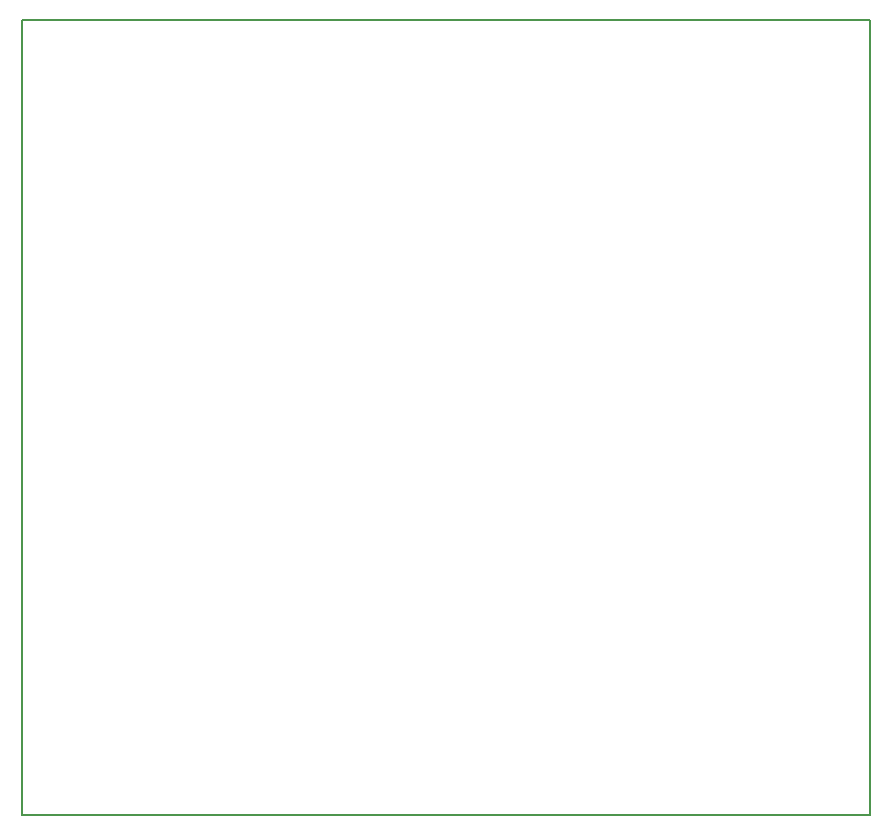
<source format=gbr>
%TF.GenerationSoftware,KiCad,Pcbnew,(5.1.7)-1*%
%TF.CreationDate,2021-07-10T18:44:26+02:00*%
%TF.ProjectId,p_ytka_podno_nik,70427974-6b61-45f7-906f-646e6f5b6e69,rev?*%
%TF.SameCoordinates,Original*%
%TF.FileFunction,OtherDrawing,Comment*%
%FSLAX46Y46*%
G04 Gerber Fmt 4.6, Leading zero omitted, Abs format (unit mm)*
G04 Created by KiCad (PCBNEW (5.1.7)-1) date 2021-07-10 18:44:26*
%MOMM*%
%LPD*%
G01*
G04 APERTURE LIST*
%ADD10C,0.150000*%
G04 APERTURE END LIST*
D10*
X177165000Y-55880000D02*
X105410000Y-55880000D01*
X177165000Y-123190000D02*
X177165000Y-55880000D01*
X105410000Y-123190000D02*
X177165000Y-123190000D01*
X105410000Y-55880000D02*
X105410000Y-123190000D01*
M02*

</source>
